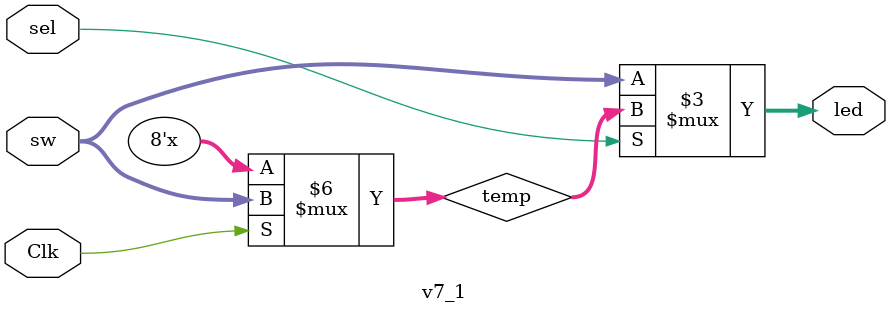
<source format=v>
`timescale 1ns / 1ps


module v7_1(
    input [7:0] sw,
    output reg [7:0] led,
    input Clk,
    input sel
    );
reg [7:0] temp;
always @(Clk, sel)
begin
    if(Clk)
       temp = sw;    
	if(sel)
	   led = temp;
	else
	   led = sw;
end
endmodule

</source>
